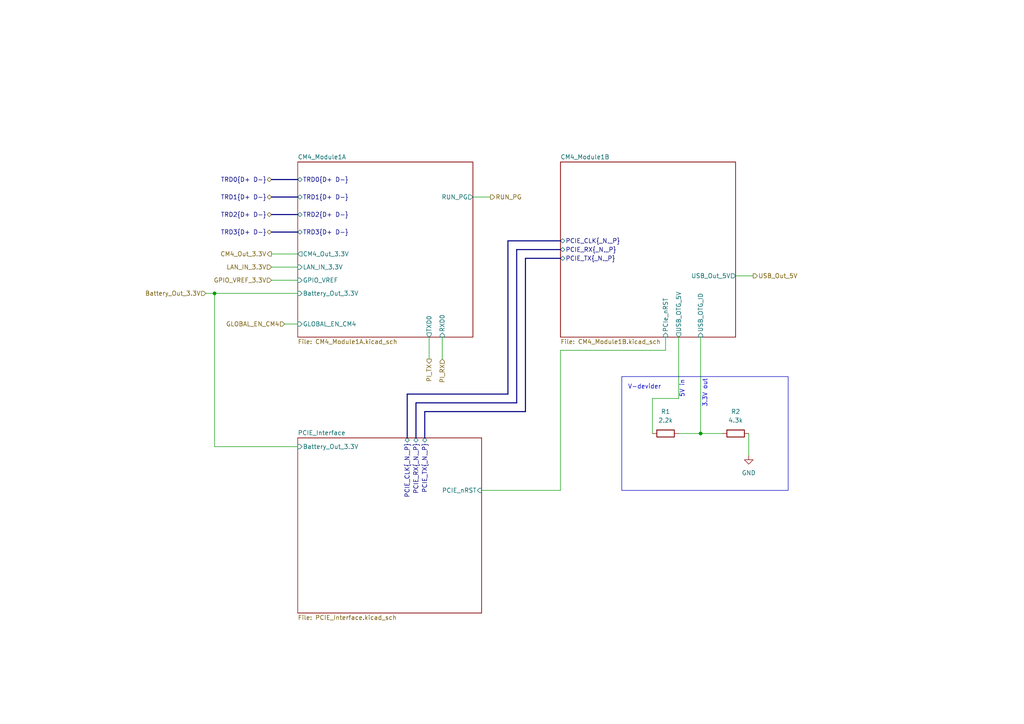
<source format=kicad_sch>
(kicad_sch (version 20250114) (generator "eeschema") (generator_version "9.0")
  (paper "A4")
  (title_block (date "2025-11-18") (company "Davide"))
  (lib_symbols
    (symbol "#dzdb:g_res/R-2.2k-0603" (pin_numbers (hide yes)) (pin_names (offset 0))
      (property "Reference" "R" (at 2.032 0 90))
      (property "Value" "2.2k" (at 0 0 90))
      (symbol "g_res/R-2.2k-0603_0_1"
        (rectangle (start -1.016 -2.54) (end 1.016 2.54) (stroke (width 0.254)))
      )
      (symbol "g_res/R-2.2k-0603_1_1"
        (pin passive line (at 0 3.81 270) (length 1.27) (name "~") (number "1"))
        (pin passive line (at 0 -3.81 90) (length 1.27) (name "~") (number "2"))
      )
    )
    (symbol "#dzdb:g_res/R-4.3k-0603" (pin_numbers (hide yes)) (pin_names (offset 0))
      (property "Reference" "R" (at 2.032 0 90))
      (property "Value" "4.3k" (at 0 0 90))
      (symbol "g_res/R-4.3k-0603_0_1"
        (rectangle (start -1.016 -2.54) (end 1.016 2.54) (stroke (width 0.254)))
      )
      (symbol "g_res/R-4.3k-0603_1_1"
        (pin passive line (at 0 3.81 270) (length 1.27) (name "~") (number "1"))
        (pin passive line (at 0 -3.81 90) (length 1.27) (name "~") (number "2"))
      )
    )
    (symbol "power:GND" (power) (pin_numbers (hide yes)) (pin_names (offset 0) (hide yes))
      (property "Value" "GND" (at 0 -3.81 0))
      (symbol "GND_0_1"
        (polyline (pts (xy 0 0) (xy 0 -1.27) (xy 1.27 -1.27) (xy 0 -2.54) (xy -1.27 -1.27) (xy 0 -1.27)))
      )
      (symbol "GND_1_1"
        (pin power_in line (at 0 0 270) (length 0) (name "~") (number "1"))
      )
    )
  )
  (rectangle (start 180.34 109.22) (end 228.6 142.24))
  (text "5V in\n" (at 197.866 112.776 90) (effects (font (size 1.27 1.27))))
  (text "V-devider" (at 186.944 112.268 0) (effects (font (size 1.27 1.27))))
  (text "3.3V out" (at 204.47 114.046 90) (effects (font (size 1.27 1.27))))
  (junction (at 62.23 85.09))
  (junction (at 203.2 125.73))
  (wire (pts (xy 62.23 129.54) (xy 86.36 129.54)))
  (wire (pts (xy 78.74 77.47) (xy 86.36 77.47)))
  (wire (pts (xy 189.23 115.57) (xy 189.23 125.73)))
  (bus (pts (xy 78.74 62.23) (xy 86.36 62.23)))
  (wire (pts (xy 213.36 80.01) (xy 218.44 80.01)))
  (wire (pts (xy 78.74 81.28) (xy 86.36 81.28)))
  (bus (pts (xy 118.11 114.3) (xy 147.32 114.3)))
  (wire (pts (xy 78.74 73.66) (xy 86.36 73.66)))
  (bus (pts (xy 78.74 52.07) (xy 86.36 52.07)))
  (wire (pts (xy 124.46 97.79) (xy 124.46 104.14)))
  (wire (pts (xy 137.16 57.15) (xy 142.24 57.15)))
  (wire (pts (xy 196.85 97.79) (xy 196.85 115.57)))
  (bus (pts (xy 120.65 127) (xy 120.65 116.84)))
  (bus (pts (xy 149.86 72.39) (xy 162.56 72.39)))
  (wire (pts (xy 196.85 125.73) (xy 203.2 125.73)))
  (bus (pts (xy 78.74 57.15) (xy 86.36 57.15)))
  (wire (pts (xy 203.2 97.79) (xy 203.2 125.73)))
  (bus (pts (xy 123.19 119.38) (xy 152.4 119.38)))
  (bus (pts (xy 147.32 114.3) (xy 147.32 69.85)))
  (wire (pts (xy 193.04 101.6) (xy 193.04 97.79)))
  (bus (pts (xy 118.11 127) (xy 118.11 114.3)))
  (wire (pts (xy 59.69 85.09) (xy 62.23 85.09)))
  (bus (pts (xy 123.19 127) (xy 123.19 119.38)))
  (wire (pts (xy 162.56 142.24) (xy 162.56 101.6)))
  (wire (pts (xy 162.56 101.6) (xy 193.04 101.6)))
  (bus (pts (xy 78.74 67.31) (xy 86.36 67.31)))
  (wire (pts (xy 62.23 85.09) (xy 86.36 85.09)))
  (wire (pts (xy 82.55 93.98) (xy 86.36 93.98)))
  (bus (pts (xy 152.4 74.93) (xy 162.56 74.93)))
  (wire (pts (xy 62.23 85.09) (xy 62.23 129.54)))
  (bus (pts (xy 149.86 116.84) (xy 149.86 72.39)))
  (bus (pts (xy 147.32 69.85) (xy 162.56 69.85)))
  (wire (pts (xy 217.17 125.73) (xy 217.17 132.08)))
  (wire (pts (xy 128.27 97.79) (xy 128.27 104.14)))
  (wire (pts (xy 196.85 115.57) (xy 189.23 115.57)))
  (wire (pts (xy 203.2 125.73) (xy 209.55 125.73)))
  (bus (pts (xy 152.4 119.38) (xy 152.4 74.93)))
  (wire (pts (xy 139.7 142.24) (xy 162.56 142.24)))
  (bus (pts (xy 120.65 116.84) (xy 149.86 116.84)))
  (hierarchical_label "PI_RX" (shape input) (at 128.27 104.14 270))
  (hierarchical_label "TRD0{D+ D-}" (shape bidirectional) (at 78.74 52.07 180))
  (hierarchical_label "TRD1{D+ D-}" (shape bidirectional) (at 78.74 57.15 180))
  (hierarchical_label "GLOBAL_EN_CM4" (shape input) (at 82.55 93.98 180))
  (hierarchical_label "TRD3{D+ D-}" (shape bidirectional) (at 78.74 67.31 180))
  (hierarchical_label "PI_TX" (shape output) (at 124.46 104.14 270))
  (hierarchical_label "USB_Out_5V" (shape output) (at 218.44 80.01 0))
  (hierarchical_label "LAN_IN_3.3V" (shape input) (at 78.74 77.47 180))
  (hierarchical_label "CM4_Out_3.3V" (shape output) (at 78.74 73.66 180))
  (hierarchical_label "GPIO_VREF_3.3V" (shape input) (at 78.74 81.28 180))
  (hierarchical_label "TRD2{D+ D-}" (shape bidirectional) (at 78.74 62.23 180))
  (hierarchical_label "RUN_PG" (shape output) (at 142.24 57.15 0))
  (hierarchical_label "Battery_Out_3.3V" (shape input) (at 59.69 85.09 180))
  (symbol (lib_id "#dzdb:g_res/R-4.3k-0603") (at 213.36 125.73 90) (unit 1)
    (property "Reference" "R2" (at 213.36 119.38 90))
    (property "Value" "4.3k" (at 213.36 121.92 90))
    (property "Footprint" "Resistor_SMD:R_0603_1608Metric" (effects (hide yes)))
    (property "Datasheet" "https://www.we-online.com/components/products/datasheet/560112116141.pdf" (effects (hide yes)))
    (property "Description" "Thick Film Resistors - SMD WRIS-RSKS 4.3 kOhms 1 % 0.1 W 0603" (effects (hide yes)))
    (property "IPN" "R-4.3k-0603" (effects (hide yes)))
    (property "MPN" "560112116141" (effects (hide yes)))
    (property "Manufacturer" "Wurth Elektronik" (effects (hide yes)))
    (property "Resistance" "4.3k" (effects (hide yes)))
    (property "Power" "0.1 W" (effects (hide yes)))
    (property "Material" "Thick film" (effects (hide yes)))
    (property "Tolerance" "1 %" (effects (hide yes)))
    (property "Supplier" "Mouser" (effects (hide yes)))
    (property "SPN" "710-560112116141" (effects (hide yes)))
    (property "LCSC" "CXXXXX" (effects (hide yes)))
    (property "Comment" "lifecycle=Active; note=Auto-generated" (effects (hide yes)))
  )
  (symbol (lib_id "power:GND") (at 217.17 132.08 0) (unit 1)
    (property "Reference" "#PWR01" (effects (hide yes)))
    (property "Value" "GND" (at 217.17 137.16 0))
    (property "Description" "Power symbol creates a global label with name \"GND\" , ground" (effects (hide yes)))
  )
  (symbol (lib_id "#dzdb:g_res/R-2.2k-0603") (at 193.04 125.73 90) (unit 1)
    (property "Reference" "R1" (at 193.04 119.38 90))
    (property "Value" "2.2k" (at 193.04 121.92 90))
    (property "Footprint" "Resistor_SMD:R_0603_1608Metric" (effects (hide yes)))
    (property "Datasheet" "https://www.we-online.com/components/products/datasheet/560112116098.pdf" (effects (hide yes)))
    (property "Description" "Thick Film Resistors - SMD WRIS-RSKS 2.2 kOhms 1 % 0.1 W 0603" (effects (hide yes)))
    (property "IPN" "R-2.2k-0603" (effects (hide yes)))
    (property "MPN" "560112116098" (effects (hide yes)))
    (property "Manufacturer" "Wurth Elektronik" (effects (hide yes)))
    (property "Resistance" "2.2k" (effects (hide yes)))
    (property "Power" "0.1 W" (effects (hide yes)))
    (property "Material" "Thick film" (effects (hide yes)))
    (property "Tolerance" "1 %" (effects (hide yes)))
    (property "Supplier" "Mouser" (effects (hide yes)))
    (property "SPN" "710-560112116098" (effects (hide yes)))
    (property "LCSC" "CXXXXX" (effects (hide yes)))
    (property "Comment" "lifecycle=Active; note=Auto-generated" (effects (hide yes)))
  )
  (sheet (at 86.36 46.99) (size 50.8 50.8) (stroke (width 0.1524))
    (property "Sheetname" "CM4_Module1A" (at 86.36 46.2784 0) (effects (justify left bottom)))
    (property "Sheetfile" "CM4_Module1A.kicad_sch" (at 86.36 98.3746 0) (effects (justify left top)))
    (pin "GPIO_VREF" input (at 86.36 81.28 180))
    (pin "RXD0" input (at 128.27 97.79 270))
    (pin "TXD0" output (at 124.46 97.79 270))
    (pin "RUN_PG" output (at 137.16 57.15 0))
    (pin "GLOBAL_EN_CM4" input (at 86.36 93.98 180))
    (pin "TRD0{D+ D-}" bidirectional (at 86.36 52.07 180))
    (pin "TRD1{D+ D-}" bidirectional (at 86.36 57.15 180))
    (pin "TRD2{D+ D-}" bidirectional (at 86.36 62.23 180))
    (pin "TRD3{D+ D-}" bidirectional (at 86.36 67.31 180))
    (pin "LAN_IN_3.3V" input (at 86.36 77.47 180))
    (pin "Battery_Out_3.3V" input (at 86.36 85.09 180))
    (pin "CM4_Out_3.3V" output (at 86.36 73.66 180))
  )
  (sheet (at 162.56 46.99) (size 50.8 50.8) (stroke (width 0.1524))
    (property "Sheetname" "CM4_Module1B" (at 162.56 46.2784 0) (effects (justify left bottom)))
    (property "Sheetfile" "CM4_Module1B.kicad_sch" (at 162.56 98.3746 0) (effects (justify left top)))
    (pin "USB_OTG_ID" input (at 203.2 97.79 270))
    (pin "PCIe_nRST" input (at 193.04 97.79 270))
    (pin "USB_OTG_5V" output (at 196.85 97.79 270))
    (pin "USB_Out_5V" output (at 213.36 80.01 0))
    (pin "PCIE_CLK{_N,_P}" bidirectional (at 162.56 69.85 180))
    (pin "PCIE_RX{_N,_P}" bidirectional (at 162.56 72.39 180))
    (pin "PCIE_TX{_N,_P}" bidirectional (at 162.56 74.93 180))
  )
  (sheet (at 86.36 127) (size 53.34 50.8) (stroke (width 0.1524))
    (property "Sheetname" "PCIE_Interface" (at 86.36 126.2884 0) (effects (justify left bottom)))
    (property "Sheetfile" "PCIE_Interface.kicad_sch" (at 86.36 178.3846 0) (effects (justify left top)))
    (pin "PCIE_nRST" input (at 139.7 142.24 0))
    (pin "Battery_Out_3.3V" input (at 86.36 129.54 180))
    (pin "PCIE_CLK{_N,_P}" bidirectional (at 118.11 127 90))
    (pin "PCIE_RX{_N,_P}" bidirectional (at 120.65 127 90))
    (pin "PCIE_TX{_N,_P}" bidirectional (at 123.19 127 90))
  )
)
</source>
